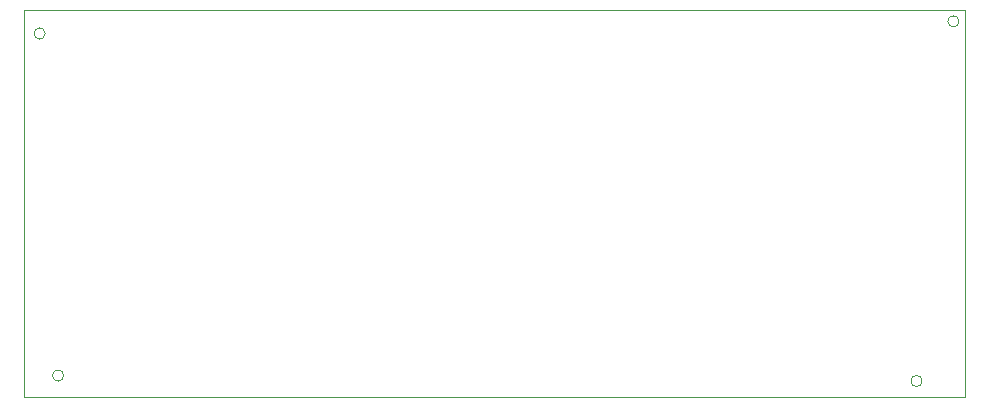
<source format=gm1>
G04 #@! TF.GenerationSoftware,KiCad,Pcbnew,(5.1.6-0-10_14)*
G04 #@! TF.CreationDate,2021-10-29T19:35:58+09:00*
G04 #@! TF.ProjectId,peltier+relay,70656c74-6965-4722-9b72-656c61792e6b,rev?*
G04 #@! TF.SameCoordinates,Original*
G04 #@! TF.FileFunction,Profile,NP*
%FSLAX46Y46*%
G04 Gerber Fmt 4.6, Leading zero omitted, Abs format (unit mm)*
G04 Created by KiCad (PCBNEW (5.1.6-0-10_14)) date 2021-10-29 19:35:58*
%MOMM*%
%LPD*%
G01*
G04 APERTURE LIST*
G04 #@! TA.AperFunction,Profile*
%ADD10C,0.100000*%
G04 #@! TD*
G04 APERTURE END LIST*
D10*
X100285000Y-83770000D02*
G75*
G03*
X100285000Y-83770000I-475000J0D01*
G01*
X101855000Y-112730000D02*
G75*
G03*
X101855000Y-112730000I-475000J0D01*
G01*
X174525000Y-113190000D02*
G75*
G03*
X174525000Y-113190000I-475000J0D01*
G01*
X178171000Y-114520000D02*
X98500000Y-114520000D01*
X98500000Y-81790000D02*
X178171000Y-81790000D01*
X98500000Y-114520000D02*
X98500000Y-81790000D01*
X178171000Y-81790000D02*
X178171000Y-114520000D01*
X177645000Y-82740000D02*
G75*
G03*
X177645000Y-82740000I-475000J0D01*
G01*
M02*

</source>
